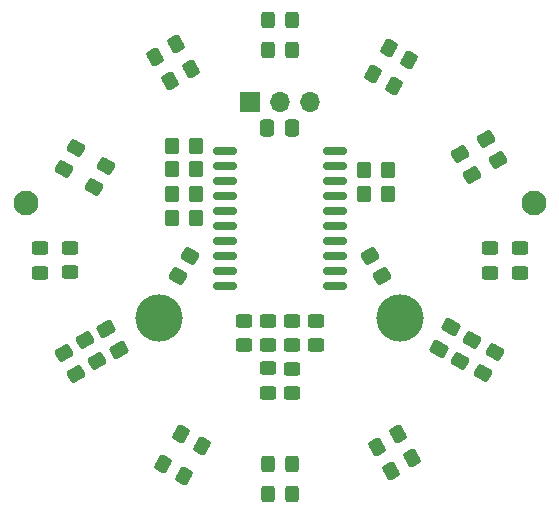
<source format=gts>
G04 #@! TF.GenerationSoftware,KiCad,Pcbnew,6.0.9-8da3e8f707~116~ubuntu22.04.1*
G04 #@! TF.CreationDate,2022-11-08T11:27:41+01:00*
G04 #@! TF.ProjectId,PCB-Horloge,5043422d-486f-4726-9c6f-67652e6b6963,1.0*
G04 #@! TF.SameCoordinates,Original*
G04 #@! TF.FileFunction,Soldermask,Top*
G04 #@! TF.FilePolarity,Negative*
%FSLAX46Y46*%
G04 Gerber Fmt 4.6, Leading zero omitted, Abs format (unit mm)*
G04 Created by KiCad (PCBNEW 6.0.9-8da3e8f707~116~ubuntu22.04.1) date 2022-11-08 11:27:41*
%MOMM*%
%LPD*%
G01*
G04 APERTURE LIST*
G04 Aperture macros list*
%AMRoundRect*
0 Rectangle with rounded corners*
0 $1 Rounding radius*
0 $2 $3 $4 $5 $6 $7 $8 $9 X,Y pos of 4 corners*
0 Add a 4 corners polygon primitive as box body*
4,1,4,$2,$3,$4,$5,$6,$7,$8,$9,$2,$3,0*
0 Add four circle primitives for the rounded corners*
1,1,$1+$1,$2,$3*
1,1,$1+$1,$4,$5*
1,1,$1+$1,$6,$7*
1,1,$1+$1,$8,$9*
0 Add four rect primitives between the rounded corners*
20,1,$1+$1,$2,$3,$4,$5,0*
20,1,$1+$1,$4,$5,$6,$7,0*
20,1,$1+$1,$6,$7,$8,$9,0*
20,1,$1+$1,$8,$9,$2,$3,0*%
G04 Aperture macros list end*
%ADD10R,1.700000X1.700000*%
%ADD11O,1.700000X1.700000*%
%ADD12RoundRect,0.250000X0.506458X0.227211X-0.056458X0.552211X-0.506458X-0.227211X0.056458X-0.552211X0*%
%ADD13C,4.000000*%
%ADD14RoundRect,0.250000X-0.450000X0.325000X-0.450000X-0.325000X0.450000X-0.325000X0.450000X0.325000X0*%
%ADD15RoundRect,0.250000X0.227211X-0.506458X0.552211X0.056458X-0.227211X0.506458X-0.552211X-0.056458X0*%
%ADD16RoundRect,0.250000X0.242612X-0.529784X0.580112X0.054784X-0.242612X0.529784X-0.580112X-0.054784X0*%
%ADD17RoundRect,0.250000X0.350000X0.450000X-0.350000X0.450000X-0.350000X-0.450000X0.350000X-0.450000X0*%
%ADD18RoundRect,0.250000X0.552211X-0.056458X0.227211X0.506458X-0.552211X0.056458X-0.227211X-0.506458X0*%
%ADD19RoundRect,0.250000X-0.350000X-0.450000X0.350000X-0.450000X0.350000X0.450000X-0.350000X0.450000X0*%
%ADD20C,2.100000*%
%ADD21RoundRect,0.250000X-0.506458X-0.227211X0.056458X-0.552211X0.506458X0.227211X-0.056458X0.552211X0*%
%ADD22RoundRect,0.250000X-0.056458X-0.552211X0.506458X-0.227211X0.056458X0.552211X-0.506458X0.227211X0*%
%ADD23RoundRect,0.250000X0.450000X-0.325000X0.450000X0.325000X-0.450000X0.325000X-0.450000X-0.325000X0*%
%ADD24RoundRect,0.150000X-0.875000X-0.150000X0.875000X-0.150000X0.875000X0.150000X-0.875000X0.150000X0*%
%ADD25RoundRect,0.250000X0.564711X-0.078109X0.214711X0.528109X-0.564711X0.078109X-0.214711X-0.528109X0*%
%ADD26RoundRect,0.250000X-0.337500X-0.475000X0.337500X-0.475000X0.337500X0.475000X-0.337500X0.475000X0*%
%ADD27RoundRect,0.250000X-0.325000X-0.450000X0.325000X-0.450000X0.325000X0.450000X-0.325000X0.450000X0*%
%ADD28RoundRect,0.250000X-0.227211X0.506458X-0.552211X-0.056458X0.227211X-0.506458X0.552211X0.056458X0*%
%ADD29RoundRect,0.250000X-0.580112X0.054784X-0.242612X-0.529784X0.580112X-0.054784X0.242612X0.529784X0*%
%ADD30RoundRect,0.250000X-0.214711X0.528109X-0.564711X-0.078109X0.214711X-0.528109X0.564711X0.078109X0*%
G04 APERTURE END LIST*
D10*
X134620000Y-77996867D03*
D11*
X137160000Y-77996867D03*
X139700000Y-77996867D03*
D12*
X129032000Y-109728000D03*
X127256648Y-108703000D03*
X146812000Y-76708000D03*
X145036648Y-75683000D03*
D13*
X147300000Y-96300000D03*
D14*
X116840000Y-90415000D03*
X116840000Y-92465000D03*
D13*
X126900000Y-96300000D03*
D14*
X134112000Y-96529000D03*
X134112000Y-98579000D03*
D15*
X121407500Y-85215676D03*
X122432500Y-83440324D03*
X118867500Y-83691676D03*
X119892500Y-81916324D03*
D16*
X150600000Y-98900000D03*
X151637500Y-97102998D03*
D17*
X130048000Y-85852000D03*
X128048000Y-85852000D03*
D18*
X119888000Y-101092000D03*
X118863000Y-99316648D03*
D19*
X144304000Y-83820000D03*
X146304000Y-83820000D03*
D20*
X115650000Y-86600000D03*
D18*
X155677499Y-82929528D03*
X154652499Y-81154176D03*
D21*
X128798648Y-106163000D03*
X130574000Y-107188000D03*
D18*
X153420500Y-84199676D03*
X152395500Y-82424324D03*
D22*
X127879657Y-76228141D03*
X129655009Y-75203141D03*
D23*
X154940000Y-92465000D03*
X154940000Y-90415000D03*
D19*
X144288000Y-85852000D03*
X146288000Y-85852000D03*
D12*
X148142568Y-74437882D03*
X146367216Y-73412882D03*
D24*
X132510000Y-82169000D03*
X132510000Y-83439000D03*
X132510000Y-84709000D03*
X132510000Y-85979000D03*
X132510000Y-87249000D03*
X132510000Y-88519000D03*
X132510000Y-89789000D03*
X132510000Y-91059000D03*
X132510000Y-92329000D03*
X132510000Y-93599000D03*
X141810000Y-93599000D03*
X141810000Y-92329000D03*
X141810000Y-91059000D03*
X141810000Y-89789000D03*
X141810000Y-88519000D03*
X141810000Y-87249000D03*
X141810000Y-85979000D03*
X141810000Y-84709000D03*
X141810000Y-83439000D03*
X141810000Y-82169000D03*
D23*
X136144000Y-102634000D03*
X136144000Y-100584000D03*
D25*
X145800000Y-92766025D03*
X144800000Y-91033975D03*
D23*
X138176000Y-102643000D03*
X138176000Y-100593000D03*
D14*
X140208000Y-96538000D03*
X140208000Y-98588000D03*
D26*
X136101000Y-80264000D03*
X138176000Y-80264000D03*
D14*
X119380000Y-90406000D03*
X119380000Y-92456000D03*
D22*
X126620324Y-74172500D03*
X128395676Y-73147500D03*
D23*
X136144000Y-98579000D03*
X136144000Y-96529000D03*
D17*
X130055527Y-83718305D03*
X128055527Y-83718305D03*
D27*
X136126000Y-71120000D03*
X138176000Y-71120000D03*
D17*
X130048000Y-81788000D03*
X128048000Y-81788000D03*
D27*
X136126000Y-111252000D03*
X138176000Y-111252000D03*
D17*
X130032000Y-87884000D03*
X128032000Y-87884000D03*
D14*
X138176000Y-96529000D03*
X138176000Y-98579000D03*
D28*
X153420500Y-98172324D03*
X152395500Y-99947676D03*
D27*
X136135000Y-108712000D03*
X138185000Y-108712000D03*
D15*
X154369539Y-100963676D03*
X155394539Y-99188324D03*
D27*
X136126000Y-73660000D03*
X138176000Y-73660000D03*
D29*
X122481250Y-97201499D03*
X123518750Y-98998501D03*
D18*
X121712500Y-99987676D03*
X120687500Y-98212324D03*
D23*
X157480000Y-92465000D03*
X157480000Y-90415000D03*
D22*
X145416324Y-107192500D03*
X147191676Y-106167500D03*
D20*
X158650000Y-86600000D03*
D22*
X146560648Y-109229000D03*
X148336000Y-108204000D03*
D30*
X129548000Y-91033975D03*
X128548000Y-92766025D03*
M02*

</source>
